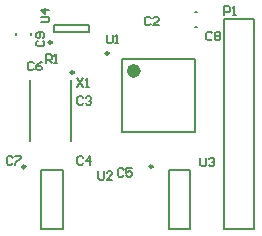
<source format=gto>
G04 Layer_Color=65535*
%FSLAX44Y44*%
%MOMM*%
G71*
G01*
G75*
%ADD26C,0.2500*%
%ADD27C,0.6000*%
%ADD28C,0.2000*%
%ADD29C,0.1270*%
D26*
X288050Y412180D02*
G03*
X288050Y412180I-1250J0D01*
G01*
X336209Y402780D02*
G03*
X336209Y402780I-1250J0D01*
G01*
X265540Y306950D02*
G03*
X265540Y306950I-1250J0D01*
G01*
X373490D02*
G03*
X373490Y306950I-1250J0D01*
G01*
X306770Y386830D02*
G03*
X306770Y386830I-1250J0D01*
G01*
D27*
X360459Y388030D02*
G03*
X360459Y388030I-3000J0D01*
G01*
D28*
X434340Y254000D02*
Y431800D01*
Y254000D02*
X459740D01*
Y431800D01*
X434340D02*
X459740D01*
X270410Y418100D02*
Y420100D01*
X257910Y418100D02*
Y420100D01*
X409210Y425550D02*
X411210D01*
X409210Y438050D02*
X411210D01*
X289800Y427180D02*
X319800D01*
X289800Y421180D02*
X319800D01*
Y427180D01*
X289800Y421180D02*
Y427180D01*
X347459Y336030D02*
Y398030D01*
X409459Y336030D02*
Y398030D01*
X347459D02*
X409459D01*
X347459Y336030D02*
X409459D01*
X279290Y254400D02*
X297290D01*
X279290Y304400D02*
X297290D01*
Y254400D02*
Y304400D01*
X279290Y254400D02*
Y304400D01*
X387240Y254400D02*
X405240D01*
X387240Y304400D02*
X405240D01*
Y254400D02*
Y304400D01*
X387240Y254400D02*
Y304400D01*
X270020Y328330D02*
Y380330D01*
X304020Y328330D02*
Y380330D01*
D29*
X278752Y429260D02*
X284584D01*
X285750Y430426D01*
Y432759D01*
X284584Y433925D01*
X278752D01*
X285750Y439757D02*
X278752D01*
X282251Y436258D01*
Y440923D01*
X276108Y413605D02*
X274942Y412439D01*
Y410106D01*
X276108Y408940D01*
X280774D01*
X281940Y410106D01*
Y412439D01*
X280774Y413605D01*
Y415938D02*
X281940Y417104D01*
Y419437D01*
X280774Y420603D01*
X276108D01*
X274942Y419437D01*
Y417104D01*
X276108Y415938D01*
X277275D01*
X278441Y417104D01*
Y420603D01*
X423765Y419851D02*
X422599Y421018D01*
X420266D01*
X419100Y419851D01*
Y415186D01*
X420266Y414020D01*
X422599D01*
X423765Y415186D01*
X426098Y419851D02*
X427264Y421018D01*
X429597D01*
X430763Y419851D01*
Y418685D01*
X429597Y417519D01*
X430763Y416353D01*
Y415186D01*
X429597Y414020D01*
X427264D01*
X426098Y415186D01*
Y416353D01*
X427264Y417519D01*
X426098Y418685D01*
Y419851D01*
X427264Y417519D02*
X429597D01*
X434340Y435610D02*
Y442608D01*
X437839D01*
X439005Y441441D01*
Y439109D01*
X437839Y437943D01*
X434340D01*
X441338Y435610D02*
X443670D01*
X442504D01*
Y442608D01*
X441338Y441441D01*
X334959Y418477D02*
Y412646D01*
X336125Y411480D01*
X338458D01*
X339624Y412646D01*
Y418477D01*
X341957Y411480D02*
X344290D01*
X343123D01*
Y418477D01*
X341957Y417311D01*
X309880Y381648D02*
X314545Y374650D01*
Y381648D02*
X309880Y374650D01*
X316878D02*
X319210D01*
X318044D01*
Y381648D01*
X316878Y380481D01*
X283210Y394970D02*
Y401968D01*
X286709D01*
X287875Y400802D01*
Y398469D01*
X286709Y397303D01*
X283210D01*
X285543D02*
X287875Y394970D01*
X290208D02*
X292540D01*
X291374D01*
Y401968D01*
X290208Y400802D01*
X254855Y314442D02*
X253689Y315608D01*
X251356D01*
X250190Y314442D01*
Y309776D01*
X251356Y308610D01*
X253689D01*
X254855Y309776D01*
X257188Y315608D02*
X261853D01*
Y314442D01*
X257188Y309776D01*
Y308610D01*
X272635Y394451D02*
X271469Y395618D01*
X269136D01*
X267970Y394451D01*
Y389786D01*
X269136Y388620D01*
X271469D01*
X272635Y389786D01*
X279633Y395618D02*
X277300Y394451D01*
X274968Y392119D01*
Y389786D01*
X276134Y388620D01*
X278467D01*
X279633Y389786D01*
Y390953D01*
X278467Y392119D01*
X274968D01*
X348835Y304282D02*
X347669Y305448D01*
X345336D01*
X344170Y304282D01*
Y299616D01*
X345336Y298450D01*
X347669D01*
X348835Y299616D01*
X355833Y305448D02*
X351168D01*
Y301949D01*
X353500Y303115D01*
X354667D01*
X355833Y301949D01*
Y299616D01*
X354667Y298450D01*
X352334D01*
X351168Y299616D01*
X314545Y314442D02*
X313379Y315608D01*
X311046D01*
X309880Y314442D01*
Y309776D01*
X311046Y308610D01*
X313379D01*
X314545Y309776D01*
X320377Y308610D02*
Y315608D01*
X316878Y312109D01*
X321543D01*
X314545Y365242D02*
X313379Y366408D01*
X311046D01*
X309880Y365242D01*
Y360576D01*
X311046Y359410D01*
X313379D01*
X314545Y360576D01*
X316878Y365242D02*
X318044Y366408D01*
X320377D01*
X321543Y365242D01*
Y364075D01*
X320377Y362909D01*
X319210D01*
X320377D01*
X321543Y361743D01*
Y360576D01*
X320377Y359410D01*
X318044D01*
X316878Y360576D01*
X371694Y432551D02*
X370528Y433717D01*
X368195D01*
X367029Y432551D01*
Y427886D01*
X368195Y426720D01*
X370528D01*
X371694Y427886D01*
X378692Y426720D02*
X374027D01*
X378692Y431385D01*
Y432551D01*
X377526Y433717D01*
X375193D01*
X374027Y432551D01*
X327660Y302908D02*
Y297076D01*
X328826Y295910D01*
X331159D01*
X332325Y297076D01*
Y302908D01*
X339323Y295910D02*
X334658D01*
X339323Y300575D01*
Y301742D01*
X338157Y302908D01*
X335824D01*
X334658Y301742D01*
X414020Y314338D02*
Y308506D01*
X415186Y307340D01*
X417519D01*
X418685Y308506D01*
Y314338D01*
X421018Y313172D02*
X422184Y314338D01*
X424517D01*
X425683Y313172D01*
Y312005D01*
X424517Y310839D01*
X423350D01*
X424517D01*
X425683Y309673D01*
Y308506D01*
X424517Y307340D01*
X422184D01*
X421018Y308506D01*
M02*

</source>
